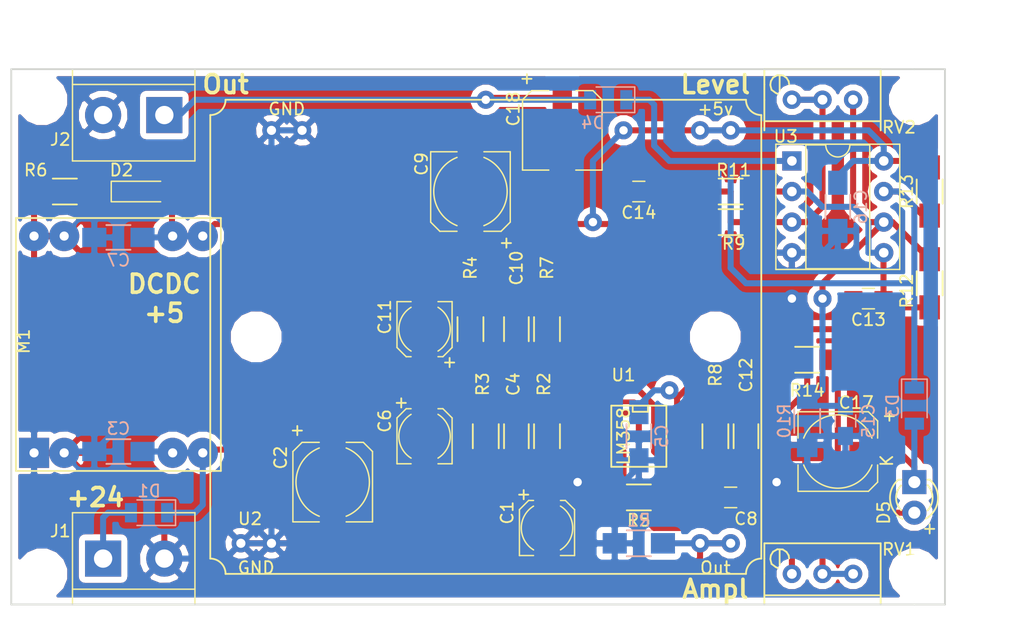
<source format=kicad_pcb>
(kicad_pcb (version 4) (host pcbnew 4.0.7)
  (layers (0 F.Cu signal) (31 B.Cu signal) (34 B.Paste user) (35 F.Paste user) (36 B.SilkS user) (37 F.SilkS user) (38 B.Mask user) (39 F.Mask user) (44 Edge.Cuts user))
  (net 0 "")
  (net 1 "Net-(C1-Pad1)")
  (net 2 "Net-(C1-Pad2)")
  (net 3 "Net-(C2-Pad1)")
  (net 4 GND)
  (net 5 "Net-(C4-Pad1)")
  (net 6 "Net-(C4-Pad2)")
  (net 7 +5V)
  (net 8 "Net-(C6-Pad1)")
  (net 9 "Net-(C12-Pad2)")
  (net 10 "Net-(C8-Pad2)")
  (net 11 "Net-(C10-Pad2)")
  (net 12 "Net-(C12-Pad1)")
  (net 13 "Net-(C13-Pad1)")
  (net 14 "Net-(C14-Pad1)")
  (net 15 "Net-(C15-Pad1)")
  (net 16 "Net-(C17-Pad1)")
  (net 17 "Net-(D1-Pad2)")
  (net 18 "Net-(D2-Pad1)")
  (net 19 "Net-(D3-Pad1)")
  (net 20 "Net-(D5-Pad2)")
  (net 21 "Net-(C18-Pad1)")
  (module Mounting_Holes:MountingHole_3.2mm_M3 (layer F.Cu) (at 154.94 96.52)
    (fp_text reference hole hide)
    (fp_text value "" hide)
    (pad 1 np_thru_hole circle (at 0 0) (size 3.2 3.2) (drill 3.2) (layers *.Cu *.Mask))
  )
  (module Mounting_Holes:MountingHole_3.2mm_M3 (layer F.Cu) (at 154.94 57.15)
    (fp_text reference hole hide)
    (fp_text value "" hide)
    (pad 1 np_thru_hole circle (at 0 0) (size 3.2 3.2) (drill 3.2) (layers *.Cu *.Mask))
  )
  (module Mounting_Holes:MountingHole_3.2mm_M3 (layer F.Cu) (at 227.33 57.15)
    (fp_text reference hole hide)
    (fp_text value "" hide)
    (pad 1 np_thru_hole circle (at 0 0) (size 3.2 3.2) (drill 3.2) (layers *.Cu *.Mask))
  )
  (module Mounting_Holes:MountingHole_3.2mm_M3 (layer F.Cu) (at 227.33 96.52)
    (fp_text reference hole hide)
    (fp_text value "" hide)
    (pad 1 np_thru_hole circle (at 0 0) (size 3.2 3.2) (drill 3.2) (layers *.Cu *.Mask))
  )
  (module Mounting_Holes:MountingHole_3.2mm_M3 (layer F.Cu) (at 210.82 76.835)
    (fp_text reference hole hide)
    (fp_text value "" hide)
    (pad 1 np_thru_hole circle (at 0 0) (size 3.2 3.2) (drill 3.2) (layers *.Cu *.Mask))
  )
  (module Resistors_SMD:R_1206_HandSoldering (layer F.Cu) (at 228.6 72.39 90)
    (fp_text reference R12 (at -0.635 -1.905 90) (layer F.SilkS))
    (fp_text value 47k hide)
    (pad 1 smd rect (at -2 0 90) (size 2 1.7) (layers F.Cu F.Paste F.Mask) (net 13 "Net-(C13-Pad1)"))
    (pad 2 smd rect (at 2 0 90) (size 2 1.7) (layers F.Cu F.Paste F.Mask) (net 15 "Net-(C15-Pad1)"))
  )
  (module dz_lib:HB-100-Radar (layer F.Cu) (at 173.99 93.98)
    (fp_text reference U2 (at -1.778 -2.032) (layer F.SilkS))
    (fp_text value HB-100-Radar)
    (fp_text user Out (at 36.83 2.032) (layer F.SilkS))
    (fp_text user GND (at -1.27 2.032) (layer F.SilkS))
    (fp_text user +5v (at 36.83 -36.068) (layer F.SilkS))
    (fp_text user GND (at 1.27 -36.068) (layer F.SilkS))
    (pad 1 thru_hole circle (at -2.54 0) (size 1.524 1.524) (drill 0.762) (layers *.Cu *.Mask) (net 4 GND))
    (pad 2 thru_hole circle (at 0 0) (size 1.524 1.524) (drill 0.762) (layers *.Cu *.Mask) (net 4 GND))
    (pad 3 thru_hole circle (at 0 -34.29) (size 1.524 1.524) (drill 0.762) (layers *.Cu *.Mask) (net 4 GND))
    (pad 4 thru_hole circle (at 2.54 -34.29) (size 1.524 1.524) (drill 0.762) (layers *.Cu *.Mask) (net 4 GND))
    (pad 5 thru_hole circle (at 35.56 0) (size 1.524 1.524) (drill 0.762) (layers *.Cu *.Mask) (net 2 "Net-(C1-Pad2)"))
    (pad 6 thru_hole circle (at 38.1 0) (size 1.524 1.524) (drill 0.762) (layers *.Cu *.Mask) (net 2 "Net-(C1-Pad2)"))
    (pad 7 thru_hole circle (at 35.56 -34.29) (size 1.524 1.524) (drill 0.762) (layers *.Cu *.Mask) (net 7 +5V))
    (pad 8 thru_hole circle (at 38.1 -34.29) (size 1.524 1.524) (drill 0.762) (layers *.Cu *.Mask) (net 7 +5V))
  )
  (module Capacitors_SMD:CP_Elec_6.3x7.7 (layer F.Cu) (at 190.5 64.77 90)
    (fp_text reference C9 (at 2.286 -4.064 90) (layer F.SilkS))
    (fp_text value 220,0)
    (fp_text user + (at -4.2799 2.9083 90) (layer F.SilkS))
    (pad 1 smd rect (at -2.7 0 270) (size 3.5 1.6) (layers F.Cu F.Paste F.Mask) (net 7 +5V))
    (pad 2 smd rect (at 2.7 0 270) (size 3.5 1.6) (layers F.Cu F.Paste F.Mask) (net 4 GND))
  )
  (module Capacitors_SMD:C_1206_HandSoldering (layer B.Cu) (at 161.29 86.36 180)
    (fp_text reference C3 (at 0 1.905 180) (layer B.SilkS) (effects (justify mirror)))
    (fp_text value 0,1 hide)
    (pad 1 smd rect (at -2 0 180) (size 2 1.6) (layers B.Cu B.Paste B.Mask) (net 3 "Net-(C2-Pad1)"))
    (pad 2 smd rect (at 2 0 180) (size 2 1.6) (layers B.Cu B.Paste B.Mask) (net 4 GND))
  )
  (module Capacitors_SMD:C_1206_HandSoldering (layer F.Cu) (at 194.31 85.09 270)
    (fp_text reference C4 (at -4.318 0.254 270) (layer F.SilkS))
    (fp_text value 2200 hide)
    (pad 1 smd rect (at -2 0 270) (size 2 1.6) (layers F.Cu F.Paste F.Mask) (net 5 "Net-(C4-Pad1)"))
    (pad 2 smd rect (at 2 0 270) (size 2 1.6) (layers F.Cu F.Paste F.Mask) (net 6 "Net-(C4-Pad2)"))
  )
  (module Capacitors_SMD:C_1206_HandSoldering (layer B.Cu) (at 204.47 85.09 90)
    (fp_text reference C5 (at 0 1.905 90) (layer B.SilkS) (effects (justify mirror)))
    (fp_text value 0,1 hide)
    (pad 1 smd rect (at -2 0 90) (size 2 1.6) (layers B.Cu B.Paste B.Mask) (net 4 GND))
    (pad 2 smd rect (at 2 0 90) (size 2 1.6) (layers B.Cu B.Paste B.Mask) (net 7 +5V))
  )
  (module Capacitors_SMD:C_1206_HandSoldering (layer B.Cu) (at 161.29 68.58 180)
    (fp_text reference C7 (at 0 -1.905 180) (layer B.SilkS) (effects (justify mirror)))
    (fp_text value 0,1 hide)
    (pad 1 smd rect (at -2 0 180) (size 2 1.6) (layers B.Cu B.Paste B.Mask) (net 7 +5V))
    (pad 2 smd rect (at 2 0 180) (size 2 1.6) (layers B.Cu B.Paste B.Mask) (net 4 GND))
  )
  (module Capacitors_SMD:C_1206_HandSoldering (layer F.Cu) (at 194.31 76.2 270)
    (fp_text reference C10 (at -5.08 0 270) (layer F.SilkS))
    (fp_text value 0,1 hide)
    (pad 1 smd rect (at -2 0 270) (size 2 1.6) (layers F.Cu F.Paste F.Mask) (net 4 GND))
    (pad 2 smd rect (at 2 0 270) (size 2 1.6) (layers F.Cu F.Paste F.Mask) (net 11 "Net-(C10-Pad2)"))
  )
  (module Capacitors_SMD:C_1206_HandSoldering (layer F.Cu) (at 213.36 85.09 270)
    (fp_text reference C12 (at -5.08 0 270) (layer F.SilkS))
    (fp_text value 2200 hide)
    (pad 1 smd rect (at -2 0 270) (size 2 1.6) (layers F.Cu F.Paste F.Mask) (net 12 "Net-(C12-Pad1)"))
    (pad 2 smd rect (at 2 0 270) (size 2 1.6) (layers F.Cu F.Paste F.Mask) (net 9 "Net-(C12-Pad2)"))
  )
  (module Capacitors_SMD:C_1206_HandSoldering (layer B.Cu) (at 220.98 66.04 90)
    (fp_text reference C16 (at 0 1.905 90) (layer B.SilkS) (effects (justify mirror)))
    (fp_text value 0,1 hide)
    (pad 1 smd rect (at -2 0 90) (size 2 1.6) (layers B.Cu B.Paste B.Mask) (net 4 GND))
    (pad 2 smd rect (at 2 0 90) (size 2 1.6) (layers B.Cu B.Paste B.Mask) (net 7 +5V))
  )
  (module LEDs:LED_1206 (layer F.Cu) (at 163.195 64.77)
    (fp_text reference D2 (at -1.651 -1.778) (layer F.SilkS))
    (fp_text value LED hide)
    (pad 2 smd rect (at 1.65 0 180) (size 1.5 1.5) (layers F.Cu F.Paste F.Mask) (net 7 +5V))
    (pad 1 smd rect (at -1.65 0 180) (size 1.5 1.5) (layers F.Cu F.Paste F.Mask) (net 18 "Net-(D2-Pad1)"))
  )
  (module LEDs:LED-3MM (layer F.Cu) (at 227.33 88.9 270)
    (fp_text reference D5 (at 2.54 2.54 270) (layer F.SilkS))
    (fp_text value LED hide)
    (fp_text user K (at -1.778 2.286 270) (layer F.SilkS))
    (pad 1 thru_hole rect (at 0 0) (size 2 2) (drill 1.00076) (layers *.Cu *.Mask) (net 16 "Net-(C17-Pad1)"))
    (pad 2 thru_hole circle (at 2.54 0 270) (size 2 2) (drill 1.00076) (layers *.Cu *.Mask) (net 20 "Net-(D5-Pad2)"))
  )
  (module Resistors_SMD:R_1206_HandSoldering (layer B.Cu) (at 204.47 93.98 180)
    (fp_text reference R1 (at 0 1.905 180) (layer B.SilkS) (effects (justify mirror)))
    (fp_text value 13k hide)
    (pad 1 smd rect (at -2 0 180) (size 2 1.7) (layers B.Cu B.Paste B.Mask) (net 2 "Net-(C1-Pad2)"))
    (pad 2 smd rect (at 2 0 180) (size 2 1.7) (layers B.Cu B.Paste B.Mask) (net 4 GND))
  )
  (module Resistors_SMD:R_1206_HandSoldering (layer F.Cu) (at 196.85 85.09 270)
    (fp_text reference R2 (at -4.318 0.254 270) (layer F.SilkS))
    (fp_text value 1M hide)
    (pad 1 smd rect (at -2 0 270) (size 2 1.7) (layers F.Cu F.Paste F.Mask) (net 5 "Net-(C4-Pad1)"))
    (pad 2 smd rect (at 2 0 270) (size 2 1.7) (layers F.Cu F.Paste F.Mask) (net 6 "Net-(C4-Pad2)"))
  )
  (module Resistors_SMD:R_1206_HandSoldering (layer F.Cu) (at 191.77 85.09 270)
    (fp_text reference R3 (at -4.318 0.254 270) (layer F.SilkS))
    (fp_text value 10k hide)
    (pad 1 smd rect (at -2 0 270) (size 2 1.7) (layers F.Cu F.Paste F.Mask) (net 8 "Net-(C6-Pad1)"))
    (pad 2 smd rect (at 2 0 270) (size 2 1.7) (layers F.Cu F.Paste F.Mask) (net 6 "Net-(C4-Pad2)"))
  )
  (module Resistors_SMD:R_1206_HandSoldering (layer F.Cu) (at 190.5 76.2 90)
    (fp_text reference R4 (at 5.08 0 90) (layer F.SilkS))
    (fp_text value 47k hide)
    (pad 1 smd rect (at -2 0 90) (size 2 1.7) (layers F.Cu F.Paste F.Mask) (net 11 "Net-(C10-Pad2)"))
    (pad 2 smd rect (at 2 0 90) (size 2 1.7) (layers F.Cu F.Paste F.Mask) (net 7 +5V))
  )
  (module Resistors_SMD:R_1206_HandSoldering (layer F.Cu) (at 204.47 90.17 180)
    (fp_text reference R5 (at 0 -1.905 180) (layer F.SilkS))
    (fp_text value 200k hide)
    (pad 1 smd rect (at -2 0 180) (size 2 1.7) (layers F.Cu F.Paste F.Mask) (net 11 "Net-(C10-Pad2)"))
    (pad 2 smd rect (at 2 0 180) (size 2 1.7) (layers F.Cu F.Paste F.Mask) (net 1 "Net-(C1-Pad1)"))
  )
  (module Resistors_SMD:R_1206_HandSoldering (layer F.Cu) (at 156.845 64.77)
    (fp_text reference R6 (at -2.413 -1.778) (layer F.SilkS))
    (fp_text value 2,2k hide)
    (pad 1 smd rect (at -2 0) (size 2 1.7) (layers F.Cu F.Paste F.Mask) (net 4 GND))
    (pad 2 smd rect (at 2 0) (size 2 1.7) (layers F.Cu F.Paste F.Mask) (net 18 "Net-(D2-Pad1)"))
  )
  (module Resistors_SMD:R_1206_HandSoldering (layer F.Cu) (at 196.85 76.2 270)
    (fp_text reference R7 (at -5.08 0 270) (layer F.SilkS))
    (fp_text value 47k hide)
    (pad 1 smd rect (at -2 0 270) (size 2 1.7) (layers F.Cu F.Paste F.Mask) (net 4 GND))
    (pad 2 smd rect (at 2 0 270) (size 2 1.7) (layers F.Cu F.Paste F.Mask) (net 11 "Net-(C10-Pad2)"))
  )
  (module Resistors_SMD:R_1206_HandSoldering (layer F.Cu) (at 210.82 85.09 270)
    (fp_text reference R8 (at -5.08 0 270) (layer F.SilkS))
    (fp_text value 1M hide)
    (pad 1 smd rect (at -2 0 270) (size 2 1.7) (layers F.Cu F.Paste F.Mask) (net 12 "Net-(C12-Pad1)"))
    (pad 2 smd rect (at 2 0 270) (size 2 1.7) (layers F.Cu F.Paste F.Mask) (net 9 "Net-(C12-Pad2)"))
  )
  (module Resistors_SMD:R_1206_HandSoldering (layer F.Cu) (at 212.09 67.31)
    (fp_text reference R9 (at 0.254 1.778) (layer F.SilkS))
    (fp_text value 4,7k hide)
    (pad 1 smd rect (at -2 0) (size 2 1.7) (layers F.Cu F.Paste F.Mask) (net 7 +5V))
    (pad 2 smd rect (at 2 0) (size 2 1.7) (layers F.Cu F.Paste F.Mask) (net 14 "Net-(C14-Pad1)"))
  )
  (module Resistors_SMD:R_1206_HandSoldering (layer B.Cu) (at 218.44 83.82 270)
    (fp_text reference R10 (at 0 1.905 270) (layer B.SilkS) (effects (justify mirror)))
    (fp_text value 4,7k hide)
    (pad 1 smd rect (at -2 0 270) (size 2 1.7) (layers B.Cu B.Paste B.Mask) (net 15 "Net-(C15-Pad1)"))
    (pad 2 smd rect (at 2 0 270) (size 2 1.7) (layers B.Cu B.Paste B.Mask) (net 4 GND))
  )
  (module Resistors_SMD:R_1206_HandSoldering (layer F.Cu) (at 212.09 64.77 180)
    (fp_text reference R11 (at -0.254 1.778 180) (layer F.SilkS))
    (fp_text value 47k hide)
    (pad 1 smd rect (at -2 0 180) (size 2 1.7) (layers F.Cu F.Paste F.Mask) (net 13 "Net-(C13-Pad1)"))
    (pad 2 smd rect (at 2 0 180) (size 2 1.7) (layers F.Cu F.Paste F.Mask) (net 14 "Net-(C14-Pad1)"))
  )
  (module Resistors_SMD:R_1206_HandSoldering (layer F.Cu) (at 228.6 64.77 270)
    (fp_text reference R13 (at 0 1.905 270) (layer F.SilkS))
    (fp_text value 4,7k hide)
    (pad 1 smd rect (at -2 0 270) (size 2 1.7) (layers F.Cu F.Paste F.Mask) (net 7 +5V))
    (pad 2 smd rect (at 2 0 270) (size 2 1.7) (layers F.Cu F.Paste F.Mask) (net 19 "Net-(D3-Pad1)"))
  )
  (module Resistors_SMD:R_1206_HandSoldering (layer F.Cu) (at 218.44 78.74)
    (fp_text reference R14 (at 0 2.54) (layer F.SilkS))
    (fp_text value 1,0k hide)
    (pad 1 smd rect (at -2 0) (size 2 1.7) (layers F.Cu F.Paste F.Mask) (net 7 +5V))
    (pad 2 smd rect (at 2 0) (size 2 1.7) (layers F.Cu F.Paste F.Mask) (net 20 "Net-(D5-Pad2)"))
  )
  (module Capacitors_SMD:CP_Elec_4x5.3 (layer F.Cu) (at 196.85 92.71 270)
    (fp_text reference C1 (at -1.27 3.302 270) (layer F.SilkS))
    (fp_text value 10,0)
    (fp_text user + (at -2.7686 2.0066 270) (layer F.SilkS))
    (pad 1 smd rect (at -1.8 0 90) (size 2.6 1.6) (layers F.Cu F.Paste F.Mask) (net 1 "Net-(C1-Pad1)"))
    (pad 2 smd rect (at 1.8 0 90) (size 2.6 1.6) (layers F.Cu F.Paste F.Mask) (net 2 "Net-(C1-Pad2)"))
  )
  (module Capacitors_SMD:CP_Elec_6.3x5.3 (layer F.Cu) (at 179.07 88.9 270)
    (fp_text reference C2 (at -2.032 4.318 270) (layer F.SilkS))
    (fp_text value 47,0)
    (fp_text user + (at -4.2799 3.0099 270) (layer F.SilkS))
    (pad 1 smd rect (at -2.7 0 90) (size 3.5 1.6) (layers F.Cu F.Paste F.Mask) (net 3 "Net-(C2-Pad1)"))
    (pad 2 smd rect (at 2.7 0 90) (size 3.5 1.6) (layers F.Cu F.Paste F.Mask) (net 4 GND))
  )
  (module Capacitors_SMD:CP_Elec_4x5.3 (layer F.Cu) (at 186.69 85.09 270)
    (fp_text reference C6 (at -1.27 3.302 270) (layer F.SilkS))
    (fp_text value 10,0)
    (fp_text user + (at -2.7686 2.0066 270) (layer F.SilkS))
    (pad 1 smd rect (at -1.8 0 90) (size 2.6 1.6) (layers F.Cu F.Paste F.Mask) (net 8 "Net-(C6-Pad1)"))
    (pad 2 smd rect (at 1.8 0 90) (size 2.6 1.6) (layers F.Cu F.Paste F.Mask) (net 4 GND))
  )
  (module Capacitors_SMD:CP_Elec_4x5.3 (layer F.Cu) (at 186.69 76.2 90)
    (fp_text reference C11 (at 1.016 -3.302 90) (layer F.SilkS))
    (fp_text value 10,0)
    (fp_text user + (at -2.7686 2.0066 90) (layer F.SilkS))
    (pad 1 smd rect (at -1.8 0 270) (size 2.6 1.6) (layers F.Cu F.Paste F.Mask) (net 11 "Net-(C10-Pad2)"))
    (pad 2 smd rect (at 1.8 0 270) (size 2.6 1.6) (layers F.Cu F.Paste F.Mask) (net 4 GND))
  )
  (module Capacitors_SMD:CP_Elec_6.3x5.3 (layer F.Cu) (at 220.98 86.36 180)
    (fp_text reference C17 (at -1.524 4.064 180) (layer F.SilkS))
    (fp_text value 100,0)
    (fp_text user + (at -4.2799 3.0099 180) (layer F.SilkS))
    (pad 1 smd rect (at -2.7 0) (size 3.5 1.6) (layers F.Cu F.Paste F.Mask) (net 16 "Net-(C17-Pad1)"))
    (pad 2 smd rect (at 2.7 0) (size 3.5 1.6) (layers F.Cu F.Paste F.Mask) (net 4 GND))
  )
  (module Connectors:bornier2 (layer F.Cu) (at 160.02 95.25)
    (fp_text reference J1 (at -3.556 -2.286) (layer F.SilkS))
    (fp_text value Power)
    (pad 1 thru_hole rect (at 0 0) (size 3 3) (drill 1.52) (layers *.Cu *.Mask) (net 17 "Net-(D1-Pad2)"))
    (pad 2 thru_hole circle (at 5.08 0) (size 3 3) (drill 1.52) (layers *.Cu *.Mask) (net 4 GND))
  )
  (module Connectors:bornier2 (layer F.Cu) (at 165.1 58.42 180)
    (fp_text reference J2 (at 8.636 -2.032 180) (layer F.SilkS))
    (fp_text value Out)
    (pad 1 thru_hole rect (at 0 0 180) (size 3 3) (drill 1.52) (layers *.Cu *.Mask) (net 21 "Net-(C18-Pad1)"))
    (pad 2 thru_hole circle (at 5.08 0 180) (size 3 3) (drill 1.52) (layers *.Cu *.Mask) (net 4 GND))
  )
  (module Potentiometers:Potentiometer_Bourns_3296W_3-8Zoll_Inline_ScrewUp (layer F.Cu) (at 217.17 96.52 270)
    (fp_text reference RV1 (at -2.032 -8.89 360) (layer F.SilkS))
    (fp_text value 47k)
    (pad 2 thru_hole circle (at 0 -2.54 270) (size 1.524 1.524) (drill 0.8128) (layers *.Cu *.Mask) (net 10 "Net-(C8-Pad2)"))
    (pad 3 thru_hole circle (at 0 -5.08 270) (size 1.524 1.524) (drill 0.8128) (layers *.Cu *.Mask) (net 10 "Net-(C8-Pad2)"))
    (pad 1 thru_hole circle (at 0 0 270) (size 1.524 1.524) (drill 0.8128) (layers *.Cu *.Mask) (net 5 "Net-(C4-Pad1)"))
  )
  (module Potentiometers:Potentiometer_Bourns_3296W_3-8Zoll_Inline_ScrewUp (layer F.Cu) (at 217.17 57.15 270)
    (fp_text reference RV2 (at 2.286 -8.89 360) (layer F.SilkS))
    (fp_text value 510)
    (pad 2 thru_hole circle (at 0 -2.54 270) (size 1.524 1.524) (drill 0.8128) (layers *.Cu *.Mask) (net 14 "Net-(C14-Pad1)"))
    (pad 3 thru_hole circle (at 0 -5.08 270) (size 1.524 1.524) (drill 0.8128) (layers *.Cu *.Mask) (net 15 "Net-(C15-Pad1)"))
    (pad 1 thru_hole circle (at 0 0 270) (size 1.524 1.524) (drill 0.8128) (layers *.Cu *.Mask) (net 14 "Net-(C14-Pad1)"))
  )
  (module Capacitors_SMD:CP_Elec_6.3x5.3 (layer F.Cu) (at 198.12 59.69 270)
    (fp_text reference C18 (at -1.778 4.064 270) (layer F.SilkS))
    (fp_text value 100,0)
    (fp_text user + (at -4.28 3.01 270) (layer F.SilkS))
    (pad 1 smd rect (at -2.7 0 90) (size 3.5 1.6) (layers F.Cu F.Paste F.Mask) (net 21 "Net-(C18-Pad1)"))
    (pad 2 smd rect (at 2.7 0 90) (size 3.5 1.6) (layers F.Cu F.Paste F.Mask) (net 4 GND))
  )
  (module dz_lib:dcdc5v (layer F.Cu) (at 161.29 77.47 90)
    (fp_text reference M1 (at 0.254 -7.874 90) (layer F.SilkS))
    (fp_text value dcdc5v)
    (pad 1 thru_hole rect (at -9 -7 90) (size 2.5 2.5) (drill 0.762) (layers *.Cu *.Mask) (net 4 GND))
    (pad 2 thru_hole circle (at -9 7 90) (size 2.5 2.5) (drill 0.762) (layers *.Cu *.Mask) (net 3 "Net-(C2-Pad1)"))
    (pad 3 thru_hole circle (at 9 7 90) (size 2.5 2.5) (drill 0.762) (layers *.Cu *.Mask) (net 7 +5V))
    (pad 4 thru_hole circle (at 9 -7 90) (size 2.5 2.5) (drill 0.762) (layers *.Cu *.Mask) (net 4 GND))
    (pad 1 thru_hole circle (at -9 -4.5 90) (size 2.5 2.5) (drill 0.762) (layers *.Cu *.Mask) (net 4 GND))
    (pad 2 thru_hole circle (at -9 4.5 90) (size 2.5 2.5) (drill 0.762) (layers *.Cu *.Mask) (net 3 "Net-(C2-Pad1)"))
    (pad 3 thru_hole circle (at 9 4.5 90) (size 2.5 2.5) (drill 0.762) (layers *.Cu *.Mask) (net 7 +5V))
    (pad 4 thru_hole circle (at 9 -4.5 90) (size 2.5 2.5) (drill 0.762) (layers *.Cu *.Mask) (net 4 GND))
  )
  (module SMD_Packages:SOIC-8-N (layer F.Cu) (at 204.47 85.09 270)
    (fp_text reference U1 (at -5.08 1.27 360) (layer F.SilkS))
    (fp_text value LM358 (at 0 1.27 270) (layer F.SilkS))
    (pad 8 smd rect (at -1.905 -3.175 270) (size 0.508 1.143) (layers F.Cu F.Paste F.Mask) (net 7 +5V))
    (pad 7 smd rect (at -0.635 -3.175 270) (size 0.508 1.143) (layers F.Cu F.Paste F.Mask) (net 12 "Net-(C12-Pad1)"))
    (pad 6 smd rect (at 0.635 -3.175 270) (size 0.508 1.143) (layers F.Cu F.Paste F.Mask) (net 9 "Net-(C12-Pad2)"))
    (pad 5 smd rect (at 1.905 -3.175 270) (size 0.508 1.143) (layers F.Cu F.Paste F.Mask) (net 11 "Net-(C10-Pad2)"))
    (pad 4 smd rect (at 1.905 3.175 270) (size 0.508 1.143) (layers F.Cu F.Paste F.Mask) (net 4 GND))
    (pad 3 smd rect (at 0.635 3.175 270) (size 0.508 1.143) (layers F.Cu F.Paste F.Mask) (net 1 "Net-(C1-Pad1)"))
    (pad 2 smd rect (at -0.635 3.175 270) (size 0.508 1.143) (layers F.Cu F.Paste F.Mask) (net 6 "Net-(C4-Pad2)"))
    (pad 1 smd rect (at -1.905 3.175 270) (size 0.508 1.143) (layers F.Cu F.Paste F.Mask) (net 5 "Net-(C4-Pad1)"))
  )
  (module Housings_DIP:DIP-8_W7.62mm_Socket (layer F.Cu) (at 217.17 62.23)
    (fp_text reference U3 (at -0.508 -2.032) (layer F.SilkS))
    (fp_text value LM2903)
    (pad 1 thru_hole rect (at 0 0) (size 1.6 1.6) (drill 0.8) (layers *.Cu *.Mask) (net 19 "Net-(D3-Pad1)"))
    (pad 5 thru_hole oval (at 7.62 7.62) (size 1.6 1.6) (drill 0.8) (layers *.Cu *.Mask) (net 13 "Net-(C13-Pad1)"))
    (pad 2 thru_hole oval (at 0 2.54) (size 1.6 1.6) (drill 0.8) (layers *.Cu *.Mask) (net 13 "Net-(C13-Pad1)"))
    (pad 6 thru_hole oval (at 7.62 5.08) (size 1.6 1.6) (drill 0.8) (layers *.Cu *.Mask) (net 15 "Net-(C15-Pad1)"))
    (pad 3 thru_hole oval (at 0 5.08) (size 1.6 1.6) (drill 0.8) (layers *.Cu *.Mask) (net 14 "Net-(C14-Pad1)"))
    (pad 7 thru_hole oval (at 7.62 2.54) (size 1.6 1.6) (drill 0.8) (layers *.Cu *.Mask) (net 19 "Net-(D3-Pad1)"))
    (pad 4 thru_hole oval (at 0 7.62) (size 1.6 1.6) (drill 0.8) (layers *.Cu *.Mask) (net 4 GND))
    (pad 8 thru_hole oval (at 7.62 0) (size 1.6 1.6) (drill 0.8) (layers *.Cu *.Mask) (net 7 +5V))
  )
  (module Capacitors_SMD:C_0805_HandSoldering (layer F.Cu) (at 223.52 73.66 180)
    (fp_text reference C13 (at 0 -1.75 180) (layer F.SilkS))
    (fp_text value 10,0)
    (pad 1 smd rect (at -1.25 0 180) (size 1.5 1.25) (layers F.Cu F.Paste F.Mask) (net 13 "Net-(C13-Pad1)"))
    (pad 2 smd rect (at 1.25 0 180) (size 1.5 1.25) (layers F.Cu F.Paste F.Mask) (net 12 "Net-(C12-Pad1)"))
  )
  (module Capacitors_SMD:C_0805_HandSoldering (layer F.Cu) (at 212.09 90.17)
    (fp_text reference C8 (at 1.27 1.778) (layer F.SilkS))
    (fp_text value 10,0)
    (pad 1 smd rect (at -1.25 0) (size 1.5 1.25) (layers F.Cu F.Paste F.Mask) (net 9 "Net-(C12-Pad2)"))
    (pad 2 smd rect (at 1.25 0) (size 1.5 1.25) (layers F.Cu F.Paste F.Mask) (net 10 "Net-(C8-Pad2)"))
  )
  (module Capacitors_SMD:C_0805_HandSoldering (layer F.Cu) (at 204.47 64.77 180)
    (fp_text reference C14 (at 0 -1.75 180) (layer F.SilkS))
    (fp_text value 10,0)
    (pad 1 smd rect (at -1.25 0 180) (size 1.5 1.25) (layers F.Cu F.Paste F.Mask) (net 14 "Net-(C14-Pad1)"))
    (pad 2 smd rect (at 1.25 0 180) (size 1.5 1.25) (layers F.Cu F.Paste F.Mask) (net 4 GND))
  )
  (module Capacitors_SMD:C_0805_HandSoldering (layer B.Cu) (at 221.615 83.82 270)
    (fp_text reference C15 (at 0 -1.905 270) (layer B.SilkS) (effects (justify mirror)))
    (fp_text value 10,0)
    (pad 1 smd rect (at -1.25 0 270) (size 1.5 1.25) (layers B.Cu B.Paste B.Mask) (net 15 "Net-(C15-Pad1)"))
    (pad 2 smd rect (at 1.25 0 270) (size 1.5 1.25) (layers B.Cu B.Paste B.Mask) (net 4 GND))
  )
  (module Diodes_SMD:D_1206 (layer B.Cu) (at 163.83 91.44 180)
    (fp_text reference D1 (at 0 1.8 180) (layer B.SilkS) (effects (justify mirror)))
    (fp_text value D)
    (pad 1 smd rect (at -1.5 0 180) (size 1 1.6) (layers B.Cu B.Paste B.Mask) (net 3 "Net-(C2-Pad1)"))
    (pad 2 smd rect (at 1.5 0 180) (size 1 1.6) (layers B.Cu B.Paste B.Mask) (net 17 "Net-(D1-Pad2)"))
  )
  (module Diodes_SMD:D_1206 (layer B.Cu) (at 227.33 82.55 270)
    (fp_text reference D3 (at 0 1.8 270) (layer B.SilkS) (effects (justify mirror)))
    (fp_text value D)
    (pad 1 smd rect (at -1.5 0 270) (size 1 1.6) (layers B.Cu B.Paste B.Mask) (net 19 "Net-(D3-Pad1)"))
    (pad 2 smd rect (at 1.5 0 270) (size 1 1.6) (layers B.Cu B.Paste B.Mask) (net 16 "Net-(C17-Pad1)"))
  )
  (module Diodes_SMD:D_1206 (layer B.Cu) (at 201.93 57.15 180)
    (fp_text reference D4 (at 1.27 -1.905 180) (layer B.SilkS) (effects (justify mirror)))
    (fp_text value D)
    (pad 1 smd rect (at -1.5 0 180) (size 1 1.6) (layers B.Cu B.Paste B.Mask) (net 19 "Net-(D3-Pad1)"))
    (pad 2 smd rect (at 1.5 0 180) (size 1 1.6) (layers B.Cu B.Paste B.Mask) (net 21 "Net-(C18-Pad1)"))
  )
  (module Mounting_Holes:MountingHole_3.2mm_M3 (layer F.Cu) (at 172.72 76.835)
    (fp_text reference hole hide)
    (fp_text value "" hide)
    (pad 1 np_thru_hole circle (at 0 0) (size 3.2 3.2) (drill 3.2) (layers *.Cu *.Mask))
  )
  (gr_text + (at 228.6 92.71) (layer F.SilkS) (effects (font (size 1 1))))
  (gr_line (start 152.4 54.61) (end 227.33 54.61) (angle 90) (layer Edge.Cuts) (width 0.15))
  (gr_line (start 227.33 99.06) (end 152.4 99.06) (angle 90) (layer Edge.Cuts) (width 0.15))
  (gr_line (start 152.4 99.06) (end 152.4 54.61) (angle 90) (layer Edge.Cuts) (width 0.15))
  (gr_text "DCDC\n+5" (at 165.1 73.66) (layer F.SilkS) (effects (font (size 1.5 1.5) (thickness 0.3))))
  (gr_text Ampl (at 210.82 97.79) (layer F.SilkS) (effects (font (size 1.5 1.5) (thickness 0.3))))
  (gr_text Level (at 210.82 55.88) (layer F.SilkS) (effects (font (size 1.5 1.5) (thickness 0.3))))
  (gr_text +24 (at 159.385 90.17) (layer F.SilkS) (effects (font (size 1.5 1.5) (thickness 0.3))))
  (gr_text Out (at 170.18 55.88) (layer F.SilkS) (effects (font (size 1.5 1.5) (thickness 0.3))))
  (gr_line (start 229.87 99.06) (end 227.33 99.06) (angle 90) (layer Edge.Cuts) (width 0.15))
  (gr_line (start 229.87 54.61) (end 229.87 99.06) (angle 90) (layer Edge.Cuts) (width 0.15))
  (gr_line (start 227.33 54.61) (end 229.87 54.61) (angle 90) (layer Edge.Cuts) (width 0.15))
  (gr_text +5 (at 182.88 69.85) (layer F.Cu) (effects (font (size 1.5 1.5) (thickness 0.3))))
  (segment (start 196.85 90.91) (end 197.38 90.91) (width 0.5) (layer F.Cu) (net 1))
  (segment (start 197.38 90.91) (end 198.12 90.17) (width 0.5) (layer F.Cu) (net 1))
  (segment (start 198.12 90.17) (end 202.47 90.17) (width 0.5) (layer F.Cu) (net 1))
  (segment (start 201.295 85.725) (end 202.565 85.725) (width 0.5) (layer F.Cu) (net 1))
  (segment (start 203.2 86.36) (end 203.2 89.44) (width 0.5) (layer F.Cu) (net 1))
  (segment (start 202.565 85.725) (end 203.2 86.36) (width 0.5) (layer F.Cu) (net 1))
  (segment (start 203.2 89.44) (end 202.47 90.17) (width 0.5) (layer F.Cu) (net 1))
  (segment (start 209.55 93.98) (end 212.09 93.98) (width 0.5) (layer B.Cu) (net 2))
  (segment (start 209.55 93.98) (end 212.09 93.98) (width 0.5) (layer F.Cu) (net 2))
  (segment (start 206.47 93.98) (end 209.55 93.98) (width 0.5) (layer B.Cu) (net 2))
  (segment (start 196.85 94.51) (end 196.85 95.25) (width 0.5) (layer F.Cu) (net 2))
  (segment (start 196.85 95.25) (end 198.12 96.52) (width 0.5) (layer F.Cu) (net 2))
  (segment (start 198.12 96.52) (end 208.28 96.52) (width 0.5) (layer F.Cu) (net 2))
  (segment (start 208.28 96.52) (end 209.55 95.25) (width 0.5) (layer F.Cu) (net 2))
  (segment (start 209.55 95.25) (end 209.55 93.98) (width 0.5) (layer F.Cu) (net 2))
  (segment (start 165.79 86.47) (end 168.29 86.47) (width 0.5) (layer B.Cu) (net 3))
  (segment (start 165.33 91.44) (end 167.64 91.44) (width 0.5) (layer B.Cu) (net 3))
  (segment (start 167.64 91.44) (end 168.29 90.79) (width 0.5) (layer B.Cu) (net 3))
  (segment (start 168.29 90.79) (end 168.29 86.47) (width 0.5) (layer B.Cu) (net 3))
  (segment (start 179.07 86.2) (end 168.56 86.2) (width 0.5) (layer F.Cu) (net 3))
  (segment (start 168.56 86.2) (end 168.29 86.47) (width 0.5) (layer F.Cu) (net 3))
  (segment (start 163.29 86.36) (end 165.68 86.36) (width 0.5) (layer B.Cu) (net 3))
  (segment (start 165.68 86.36) (end 165.79 86.47) (width 0.5) (layer B.Cu) (net 3))
  (segment (start 171.45 93.98) (end 173.99 93.98) (width 0.5) (layer B.Cu) (net 4))
  (segment (start 173.99 59.69) (end 176.53 59.69) (width 0.5) (layer B.Cu) (net 4))
  (segment (start 171.45 93.98) (end 173.99 93.98) (width 0.5) (layer F.Cu) (net 4))
  (segment (start 173.99 59.69) (end 176.53 59.69) (width 0.5) (layer F.Cu) (net 4))
  (segment (start 221.615 85.07) (end 219.19 85.07) (width 0.5) (layer B.Cu) (net 4))
  (segment (start 219.19 85.07) (end 218.44 85.82) (width 0.5) (layer B.Cu) (net 4))
  (segment (start 215.9 88.9) (end 217.805 88.9) (width 0.5) (layer B.Cu) (net 4))
  (segment (start 218.44 88.265) (end 218.44 85.82) (width 0.5) (layer B.Cu) (net 4))
  (segment (start 217.805 88.9) (end 218.44 88.265) (width 0.5) (layer B.Cu) (net 4))
  (segment (start 173.99 93.98) (end 173.99 83.185) (width 0.5) (layer B.Cu) (net 4))
  (segment (start 173.99 83.185) (end 172.72 81.915) (width 0.5) (layer B.Cu) (net 4))
  (segment (start 172.72 81.915) (end 163.735 81.915) (width 0.5) (layer B.Cu) (net 4))
  (segment (start 163.735 81.915) (end 159.29 86.36) (width 0.5) (layer B.Cu) (net 4))
  (segment (start 156.79 86.47) (end 154.29 86.47) (width 0.5) (layer F.Cu) (net 4))
  (segment (start 165.1 95.25) (end 165.1 92.075) (width 0.5) (layer F.Cu) (net 4))
  (segment (start 165.1 92.075) (end 159.495 86.47) (width 0.5) (layer F.Cu) (net 4))
  (segment (start 159.495 86.47) (end 154.29 86.47) (width 0.5) (layer F.Cu) (net 4))
  (segment (start 154.29 68.47) (end 154.29 86.47) (width 0.5) (layer F.Cu) (net 4))
  (segment (start 154.29 68.47) (end 156.79 68.47) (width 0.5) (layer F.Cu) (net 4))
  (segment (start 154.29 68.47) (end 154.29 65.325) (width 0.5) (layer F.Cu) (net 4))
  (segment (start 154.29 65.325) (end 154.845 64.77) (width 0.5) (layer F.Cu) (net 4))
  (segment (start 156.79 86.47) (end 156.9 86.36) (width 0.5) (layer B.Cu) (net 4))
  (segment (start 156.9 86.36) (end 159.29 86.36) (width 0.5) (layer B.Cu) (net 4))
  (segment (start 161.29 62.23) (end 161.29 59.69) (width 0.5) (layer B.Cu) (net 4))
  (segment (start 173.99 60.96) (end 172.72 62.23) (width 0.5) (layer B.Cu) (net 4))
  (segment (start 172.72 62.23) (end 161.29 62.23) (width 0.5) (layer B.Cu) (net 4))
  (segment (start 173.99 59.69) (end 173.99 60.96) (width 0.5) (layer B.Cu) (net 4))
  (segment (start 161.29 59.69) (end 160.02 58.42) (width 0.5) (layer B.Cu) (net 4))
  (segment (start 202.47 93.98) (end 177.8 93.98) (width 0.5) (layer B.Cu) (net 4))
  (segment (start 177.8 93.98) (end 173.99 93.98) (width 0.5) (layer B.Cu) (net 4))
  (segment (start 165.1 95.25) (end 170.18 95.25) (width 0.5) (layer B.Cu) (net 4))
  (segment (start 170.18 95.25) (end 171.45 93.98) (width 0.5) (layer B.Cu) (net 4))
  (segment (start 179.07 91.6) (end 179.07 93.98) (width 0.5) (layer F.Cu) (net 4))
  (segment (start 190.5 62.07) (end 178.91 62.07) (width 0.5) (layer F.Cu) (net 4))
  (segment (start 178.91 62.07) (end 176.53 59.69) (width 0.5) (layer F.Cu) (net 4))
  (segment (start 198.12 62.39) (end 200.29 62.39) (width 0.5) (layer F.Cu) (net 4))
  (segment (start 200.29 62.39) (end 202.67 64.77) (width 0.5) (layer F.Cu) (net 4))
  (segment (start 190.5 62.07) (end 197.8 62.07) (width 0.5) (layer F.Cu) (net 4))
  (segment (start 197.8 62.07) (end 198.12 62.39) (width 0.5) (layer F.Cu) (net 4))
  (segment (start 215.9 88.9) (end 215.9 74.93) (width 0.5) (layer B.Cu) (net 4))
  (segment (start 217.17 73.66) (end 217.17 69.85) (width 0.5) (layer F.Cu) (net 4))
  (via (at 217.17 73.66) (size 1.5) (drill 0.7) (layers F.Cu B.Cu) (net 4))
  (segment (start 215.9 74.93) (end 217.17 73.66) (width 0.5) (layer B.Cu) (net 4))
  (segment (start 173.99 93.98) (end 179.07 93.98) (width 0.5) (layer F.Cu) (net 4))
  (segment (start 179.07 93.98) (end 185.42 93.98) (width 0.5) (layer F.Cu) (net 4))
  (segment (start 185.42 93.98) (end 186.69 92.71) (width 0.5) (layer F.Cu) (net 4))
  (segment (start 186.69 92.71) (end 186.69 86.89) (width 0.5) (layer F.Cu) (net 4))
  (segment (start 203.2 88.9) (end 215.9 88.9) (width 0.5) (layer B.Cu) (net 4))
  (segment (start 218.44 87.63) (end 218.44 86.52) (width 0.5) (layer F.Cu) (net 4))
  (segment (start 217.17 88.9) (end 218.44 87.63) (width 0.5) (layer F.Cu) (net 4))
  (segment (start 215.9 88.9) (end 217.17 88.9) (width 0.5) (layer F.Cu) (net 4))
  (via (at 215.9 88.9) (size 1.5) (drill 0.7) (layers F.Cu B.Cu) (net 4))
  (segment (start 218.44 86.52) (end 218.28 86.36) (width 0.5) (layer F.Cu) (net 4))
  (segment (start 202.47 93.98) (end 202.47 89.63) (width 0.5) (layer B.Cu) (net 4))
  (segment (start 202.47 89.63) (end 203.2 88.9) (width 0.5) (layer B.Cu) (net 4))
  (segment (start 204.47 87.09) (end 204.47 87.63) (width 0.5) (layer B.Cu) (net 4))
  (segment (start 204.47 87.63) (end 203.2 88.9) (width 0.5) (layer B.Cu) (net 4))
  (segment (start 203.2 88.9) (end 199.39 88.9) (width 0.5) (layer B.Cu) (net 4))
  (via (at 199.39 88.9) (size 1.5) (drill 0.7) (layers F.Cu B.Cu) (net 4))
  (segment (start 217.17 69.85) (end 219.71 69.85) (width 0.5) (layer B.Cu) (net 4))
  (segment (start 219.71 69.85) (end 220.98 68.58) (width 0.5) (layer B.Cu) (net 4))
  (segment (start 220.98 68.58) (end 220.98 68.04) (width 0.5) (layer B.Cu) (net 4))
  (segment (start 201.295 86.995) (end 199.39 88.9) (width 0.5) (layer F.Cu) (net 4))
  (segment (start 187.96 88.9) (end 186.69 87.63) (width 0.5) (layer F.Cu) (net 4))
  (segment (start 199.39 88.9) (end 187.96 88.9) (width 0.5) (layer F.Cu) (net 4))
  (segment (start 186.69 87.63) (end 186.69 86.89) (width 0.5) (layer F.Cu) (net 4))
  (segment (start 201.295 83.185) (end 203.835 83.185) (width 0.5) (layer F.Cu) (net 5))
  (segment (start 217.17 92.71) (end 217.17 96.52) (width 0.5) (layer F.Cu) (net 5))
  (segment (start 215.9 91.44) (end 217.17 92.71) (width 0.5) (layer F.Cu) (net 5))
  (segment (start 209.55 91.44) (end 215.9 91.44) (width 0.5) (layer F.Cu) (net 5))
  (segment (start 208.28 92.71) (end 209.55 91.44) (width 0.5) (layer F.Cu) (net 5))
  (segment (start 205.74 92.71) (end 208.28 92.71) (width 0.5) (layer F.Cu) (net 5))
  (segment (start 204.47 91.44) (end 205.74 92.71) (width 0.5) (layer F.Cu) (net 5))
  (segment (start 204.47 83.82) (end 204.47 91.44) (width 0.5) (layer F.Cu) (net 5))
  (segment (start 203.835 83.185) (end 204.47 83.82) (width 0.5) (layer F.Cu) (net 5))
  (segment (start 194.31 83.09) (end 196.85 83.09) (width 0.5) (layer F.Cu) (net 5))
  (segment (start 201.295 83.185) (end 196.945 83.185) (width 0.5) (layer F.Cu) (net 5))
  (segment (start 196.945 83.185) (end 196.85 83.09) (width 0.5) (layer F.Cu) (net 5))
  (segment (start 194.31 87.09) (end 196.85 87.09) (width 0.5) (layer F.Cu) (net 6))
  (segment (start 191.77 87.09) (end 194.31 87.09) (width 0.5) (layer F.Cu) (net 6))
  (segment (start 201.295 84.455) (end 200.025 84.455) (width 0.5) (layer F.Cu) (net 6))
  (segment (start 200.025 84.455) (end 197.39 87.09) (width 0.5) (layer F.Cu) (net 6))
  (segment (start 197.39 87.09) (end 196.85 87.09) (width 0.5) (layer F.Cu) (net 6))
  (segment (start 209.55 59.69) (end 212.09 59.69) (width 0.5) (layer B.Cu) (net 7))
  (segment (start 209.55 59.69) (end 212.09 59.69) (width 0.5) (layer F.Cu) (net 7))
  (segment (start 224.79 62.23) (end 228.06 62.23) (width 0.5) (layer F.Cu) (net 7))
  (segment (start 228.06 62.23) (end 228.6 62.77) (width 0.5) (layer F.Cu) (net 7))
  (segment (start 216.44 78.74) (end 216.44 79.47) (width 0.5) (layer F.Cu) (net 7))
  (segment (start 216.44 79.47) (end 215.9 80.01) (width 0.5) (layer F.Cu) (net 7))
  (segment (start 215.9 80.01) (end 209.55 80.01) (width 0.5) (layer F.Cu) (net 7))
  (segment (start 168.29 68.47) (end 165.79 68.47) (width 0.5) (layer B.Cu) (net 7))
  (segment (start 165.79 68.47) (end 165.68 68.58) (width 0.5) (layer B.Cu) (net 7))
  (segment (start 165.68 68.58) (end 163.29 68.58) (width 0.5) (layer B.Cu) (net 7))
  (segment (start 190.5 67.47) (end 169.29 67.47) (width 0.5) (layer F.Cu) (net 7))
  (segment (start 169.29 67.47) (end 168.29 68.47) (width 0.5) (layer F.Cu) (net 7))
  (segment (start 165.79 68.47) (end 165.735 68.415) (width 0.5) (layer F.Cu) (net 7))
  (segment (start 165.735 68.415) (end 165.735 65.66) (width 0.5) (layer F.Cu) (net 7))
  (segment (start 165.735 65.66) (end 164.845 64.77) (width 0.5) (layer F.Cu) (net 7))
  (segment (start 209.55 59.69) (end 203.2 59.69) (width 0.5) (layer F.Cu) (net 7))
  (via (at 200.66 67.31) (size 1.5) (drill 0.7) (layers F.Cu B.Cu) (net 7))
  (segment (start 200.66 62.23) (end 200.66 67.31) (width 0.5) (layer B.Cu) (net 7))
  (segment (start 203.2 59.69) (end 200.66 62.23) (width 0.5) (layer B.Cu) (net 7))
  (via (at 203.2 59.69) (size 1.5) (drill 0.7) (layers F.Cu B.Cu) (net 7))
  (segment (start 200.66 67.31) (end 200.66 67.47) (width 0.5) (layer F.Cu) (net 7))
  (segment (start 200.66 67.47) (end 200.66 67.31) (width 0.5) (layer F.Cu) (net 7))
  (segment (start 200.66 67.31) (end 200.66 67.47) (width 0.5) (layer F.Cu) (net 7))
  (segment (start 190.5 67.47) (end 200.66 67.47) (width 0.5) (layer F.Cu) (net 7))
  (segment (start 200.66 67.47) (end 209.93 67.47) (width 0.5) (layer F.Cu) (net 7))
  (segment (start 209.93 67.47) (end 210.09 67.31) (width 0.5) (layer F.Cu) (net 7))
  (segment (start 190.5 74.2) (end 190.5 67.47) (width 0.5) (layer F.Cu) (net 7))
  (segment (start 204.47 83.09) (end 204.47 82.55) (width 0.5) (layer B.Cu) (net 7))
  (segment (start 212.09 59.69) (end 223.52 59.69) (width 0.5) (layer B.Cu) (net 7))
  (segment (start 223.52 59.69) (end 224.79 60.96) (width 0.5) (layer B.Cu) (net 7))
  (segment (start 224.79 60.96) (end 224.79 62.23) (width 0.5) (layer B.Cu) (net 7))
  (segment (start 210.09 67.31) (end 210.09 71.66) (width 0.5) (layer F.Cu) (net 7))
  (segment (start 214.63 76.2) (end 214.63 78.74) (width 0.5) (layer F.Cu) (net 7))
  (segment (start 210.09 71.66) (end 214.63 76.2) (width 0.5) (layer F.Cu) (net 7))
  (segment (start 207.645 83.185) (end 207.645 81.915) (width 0.5) (layer F.Cu) (net 7))
  (segment (start 207.645 81.915) (end 209.55 80.01) (width 0.5) (layer F.Cu) (net 7))
  (segment (start 214.63 78.74) (end 216.44 78.74) (width 0.5) (layer F.Cu) (net 7))
  (segment (start 204.47 82.55) (end 205.74 81.28) (width 0.5) (layer B.Cu) (net 7))
  (segment (start 207.01 81.28) (end 207.645 81.915) (width 0.5) (layer F.Cu) (net 7))
  (via (at 207.01 81.28) (size 1.5) (drill 0.7) (layers F.Cu B.Cu) (net 7))
  (segment (start 205.74 81.28) (end 207.01 81.28) (width 0.5) (layer B.Cu) (net 7))
  (segment (start 224.79 62.23) (end 222.25 62.23) (width 0.5) (layer B.Cu) (net 7))
  (segment (start 222.25 62.23) (end 220.98 63.5) (width 0.5) (layer B.Cu) (net 7))
  (segment (start 220.98 63.5) (end 220.98 64.04) (width 0.5) (layer B.Cu) (net 7))
  (segment (start 191.77 83.09) (end 186.89 83.09) (width 0.5) (layer F.Cu) (net 8))
  (segment (start 186.89 83.09) (end 186.69 83.29) (width 0.5) (layer F.Cu) (net 8))
  (segment (start 210.84 90.17) (end 210.84 87.11) (width 0.5) (layer F.Cu) (net 9))
  (segment (start 210.84 87.11) (end 210.82 87.09) (width 0.5) (layer F.Cu) (net 9))
  (segment (start 210.82 87.09) (end 213.36 87.09) (width 0.5) (layer F.Cu) (net 9))
  (segment (start 207.645 85.725) (end 210.185 85.725) (width 0.5) (layer F.Cu) (net 9))
  (segment (start 210.185 85.725) (end 210.82 86.36) (width 0.5) (layer F.Cu) (net 9))
  (segment (start 210.82 86.36) (end 210.82 87.09) (width 0.5) (layer F.Cu) (net 9))
  (segment (start 219.71 96.52) (end 222.25 96.52) (width 0.5) (layer B.Cu) (net 10))
  (segment (start 219.71 96.52) (end 219.71 91.44) (width 0.5) (layer F.Cu) (net 10))
  (segment (start 219.71 91.44) (end 218.44 90.17) (width 0.5) (layer F.Cu) (net 10))
  (segment (start 218.44 90.17) (end 213.34 90.17) (width 0.5) (layer F.Cu) (net 10))
  (segment (start 190.5 78.2) (end 186.89 78.2) (width 0.5) (layer F.Cu) (net 11))
  (segment (start 186.89 78.2) (end 186.69 78) (width 0.5) (layer F.Cu) (net 11))
  (segment (start 207.645 86.995) (end 206.375 86.995) (width 0.5) (layer F.Cu) (net 11))
  (segment (start 198.66 80.01) (end 196.85 78.2) (width 0.5) (layer F.Cu) (net 11))
  (segment (start 199.39 80.01) (end 198.66 80.01) (width 0.5) (layer F.Cu) (net 11))
  (segment (start 200.66 81.28) (end 199.39 80.01) (width 0.5) (layer F.Cu) (net 11))
  (segment (start 204.47 81.28) (end 200.66 81.28) (width 0.5) (layer F.Cu) (net 11))
  (segment (start 205.74 82.55) (end 204.47 81.28) (width 0.5) (layer F.Cu) (net 11))
  (segment (start 205.74 86.36) (end 205.74 82.55) (width 0.5) (layer F.Cu) (net 11))
  (segment (start 206.375 86.995) (end 205.74 86.36) (width 0.5) (layer F.Cu) (net 11))
  (segment (start 194.31 78.2) (end 196.85 78.2) (width 0.5) (layer F.Cu) (net 11))
  (segment (start 186.69 78) (end 194.11 78) (width 0.5) (layer F.Cu) (net 11))
  (segment (start 194.11 78) (end 194.31 78.2) (width 0.5) (layer F.Cu) (net 11))
  (segment (start 207.645 86.995) (end 207.645 88.995) (width 0.5) (layer F.Cu) (net 11))
  (segment (start 207.645 88.995) (end 206.47 90.17) (width 0.5) (layer F.Cu) (net 11))
  (segment (start 218.44 76.2) (end 220.98 76.2) (width 0.5) (layer F.Cu) (net 12))
  (segment (start 222.27 74.91) (end 222.27 73.66) (width 0.5) (layer F.Cu) (net 12))
  (segment (start 220.98 76.2) (end 222.27 74.91) (width 0.5) (layer F.Cu) (net 12))
  (segment (start 213.36 83.09) (end 216.63 83.09) (width 0.5) (layer F.Cu) (net 12))
  (segment (start 218.44 81.28) (end 218.44 76.2) (width 0.5) (layer F.Cu) (net 12))
  (segment (start 216.63 83.09) (end 218.44 81.28) (width 0.5) (layer F.Cu) (net 12))
  (segment (start 210.82 83.09) (end 213.36 83.09) (width 0.5) (layer F.Cu) (net 12))
  (segment (start 207.645 84.455) (end 210.185 84.455) (width 0.5) (layer F.Cu) (net 12))
  (segment (start 210.185 84.455) (end 210.82 83.82) (width 0.5) (layer F.Cu) (net 12))
  (segment (start 210.82 83.82) (end 210.82 83.09) (width 0.5) (layer F.Cu) (net 12))
  (segment (start 228.6 74.39) (end 225.5 74.39) (width 0.5) (layer F.Cu) (net 13))
  (segment (start 225.5 74.39) (end 224.77 73.66) (width 0.5) (layer F.Cu) (net 13))
  (segment (start 217.17 64.77) (end 218.44 64.77) (width 0.5) (layer B.Cu) (net 13))
  (segment (start 223.52 69.85) (end 224.79 69.85) (width 0.5) (layer B.Cu) (net 13))
  (segment (start 223.52 67.31) (end 223.52 69.85) (width 0.5) (layer B.Cu) (net 13))
  (segment (start 222.25 66.04) (end 223.52 67.31) (width 0.5) (layer B.Cu) (net 13))
  (segment (start 219.71 66.04) (end 222.25 66.04) (width 0.5) (layer B.Cu) (net 13))
  (segment (start 218.44 64.77) (end 219.71 66.04) (width 0.5) (layer B.Cu) (net 13))
  (segment (start 214.09 64.77) (end 217.17 64.77) (width 0.5) (layer F.Cu) (net 13))
  (segment (start 224.77 73.66) (end 224.77 69.87) (width 0.5) (layer F.Cu) (net 13))
  (segment (start 224.77 69.87) (end 224.79 69.85) (width 0.5) (layer F.Cu) (net 13))
  (segment (start 217.17 57.15) (end 219.71 57.15) (width 0.5) (layer B.Cu) (net 14))
  (segment (start 206.27 64.77) (end 210.09 64.77) (width 0.5) (layer F.Cu) (net 14))
  (segment (start 210.09 64.77) (end 212.09 64.77) (width 0.5) (layer F.Cu) (net 14))
  (segment (start 212.09 67.31) (end 214.09 67.31) (width 0.5) (layer F.Cu) (net 14))
  (segment (start 212.09 64.77) (end 212.09 67.31) (width 0.5) (layer F.Cu) (net 14))
  (segment (start 214.09 67.31) (end 217.17 67.31) (width 0.5) (layer F.Cu) (net 14))
  (segment (start 219.71 57.15) (end 219.71 66.04) (width 0.5) (layer F.Cu) (net 14))
  (segment (start 218.44 67.31) (end 217.17 67.31) (width 0.5) (layer F.Cu) (net 14))
  (segment (start 219.71 66.04) (end 218.44 67.31) (width 0.5) (layer F.Cu) (net 14))
  (segment (start 217.17 57.15) (end 219.71 57.15) (width 0.5) (layer F.Cu) (net 14))
  (segment (start 221.615 82.57) (end 219.19 82.57) (width 0.5) (layer B.Cu) (net 15))
  (segment (start 219.19 82.57) (end 218.44 81.82) (width 0.5) (layer B.Cu) (net 15))
  (via (at 219.71 73.66) (size 1.5) (drill 0.7) (layers F.Cu B.Cu) (net 15))
  (segment (start 219.71 73.66) (end 219.71 72.39) (width 0.5) (layer F.Cu) (net 15))
  (segment (start 224.79 67.31) (end 219.71 72.39) (width 0.5) (layer F.Cu) (net 15))
  (segment (start 219.71 81.28) (end 219.17 81.82) (width 0.5) (layer B.Cu) (net 15))
  (segment (start 219.71 73.66) (end 219.71 81.28) (width 0.5) (layer B.Cu) (net 15))
  (segment (start 219.17 81.82) (end 218.44 81.82) (width 0.5) (layer B.Cu) (net 15))
  (segment (start 224.79 67.31) (end 225.52 67.31) (width 0.5) (layer F.Cu) (net 15))
  (segment (start 225.52 67.31) (end 228.6 70.39) (width 0.5) (layer F.Cu) (net 15))
  (segment (start 224.79 67.31) (end 223.52 67.31) (width 0.5) (layer F.Cu) (net 15))
  (segment (start 222.25 57.15) (end 222.25 66.04) (width 0.5) (layer F.Cu) (net 15))
  (segment (start 222.25 66.04) (end 223.52 67.31) (width 0.5) (layer F.Cu) (net 15))
  (segment (start 227.33 84.05) (end 227.33 85.95) (width 0.5) (layer B.Cu) (net 16))
  (segment (start 227.33 85.95) (end 227.33 88.9) (width 0.5) (layer B.Cu) (net 16))
  (segment (start 227.33 88.9) (end 227.33 87.63) (width 0.5) (layer F.Cu) (net 16))
  (segment (start 227.33 87.63) (end 226.06 86.36) (width 0.5) (layer F.Cu) (net 16))
  (segment (start 226.06 86.36) (end 223.68 86.36) (width 0.5) (layer F.Cu) (net 16))
  (segment (start 162.33 91.44) (end 160.43 91.44) (width 0.5) (layer B.Cu) (net 17))
  (segment (start 160.02 91.85) (end 160.43 91.44) (width 0.5) (layer B.Cu) (net 17))
  (segment (start 160.02 91.85) (end 160.02 95.25) (width 0.5) (layer B.Cu) (net 17))
  (segment (start 158.845 64.77) (end 161.545 64.77) (width 0.5) (layer F.Cu) (net 18))
  (segment (start 203.43 57.15) (end 205.33 57.15) (width 0.5) (layer B.Cu) (net 19))
  (segment (start 205.74 57.56) (end 205.33 57.15) (width 0.5) (layer B.Cu) (net 19))
  (segment (start 207.01 62.23) (end 205.74 60.96) (width 0.5) (layer B.Cu) (net 19))
  (segment (start 205.74 60.96) (end 205.74 57.56) (width 0.5) (layer B.Cu) (net 19))
  (segment (start 207.01 62.23) (end 212.09 62.23) (width 0.5) (layer B.Cu) (net 19))
  (segment (start 227.33 81.05) (end 227.33 79.15) (width 0.5) (layer B.Cu) (net 19))
  (segment (start 227.33 79.15) (end 227.33 72.39) (width 0.5) (layer B.Cu) (net 19))
  (segment (start 224.79 64.77) (end 226.06 64.77) (width 0.5) (layer F.Cu) (net 19))
  (segment (start 226.06 64.77) (end 228.06 66.77) (width 0.5) (layer F.Cu) (net 19))
  (segment (start 228.06 66.77) (end 228.6 66.77) (width 0.5) (layer F.Cu) (net 19))
  (segment (start 227.33 72.39) (end 213.36 72.39) (width 0.5) (layer B.Cu) (net 19))
  (segment (start 212.09 71.12) (end 212.09 62.23) (width 0.5) (layer B.Cu) (net 19))
  (segment (start 213.36 72.39) (end 212.09 71.12) (width 0.5) (layer B.Cu) (net 19))
  (segment (start 217.17 62.23) (end 212.09 62.23) (width 0.5) (layer B.Cu) (net 19))
  (segment (start 227.33 72.39) (end 227.33 66.04) (width 0.5) (layer B.Cu) (net 19))
  (segment (start 226.06 64.77) (end 224.79 64.77) (width 0.5) (layer B.Cu) (net 19))
  (segment (start 227.33 66.04) (end 226.06 64.77) (width 0.5) (layer B.Cu) (net 19))
  (segment (start 227.33 91.44) (end 220.98 91.44) (width 0.5) (layer F.Cu) (net 20))
  (segment (start 220.98 91.44) (end 220.98 79.28) (width 0.5) (layer F.Cu) (net 20))
  (segment (start 220.98 79.28) (end 220.44 78.74) (width 0.5) (layer F.Cu) (net 20))
  (segment (start 200.43 57.15) (end 198.53 57.15) (width 0.5) (layer B.Cu) (net 21))
  (segment (start 198.53 57.15) (end 191.77 57.15) (width 0.5) (layer B.Cu) (net 21))
  (segment (start 165.1 58.42) (end 166.37 58.42) (width 0.5) (layer B.Cu) (net 21))
  (segment (start 166.37 58.42) (end 167.64 57.15) (width 0.5) (layer B.Cu) (net 21))
  (segment (start 167.64 57.15) (end 191.77 57.15) (width 0.5) (layer B.Cu) (net 21))
  (segment (start 198.12 56.99) (end 191.93 56.99) (width 0.5) (layer F.Cu) (net 21))
  (via (at 191.77 57.15) (size 1.5) (drill 0.7) (layers F.Cu B.Cu) (net 21))
  (segment (start 191.93 56.99) (end 191.77 57.15) (width 0.5) (layer F.Cu) (net 21))
  (zone (net 4) (net_name GND) (layer F.Cu) (connect_pads (clearance 0.508)) (min_thickness 0.254) (fill yes (arc_segments 16) (thermal_gap 0.508) (thermal_bridge_width 0.508))
    (polygon (pts (xy 229.87 99.06) (xy 152.4 99.06) (xy 152.4 54.61) (xy 229.87 54.61)))
  )
  (zone (net 4) (net_name GND) (layer B.Cu) (connect_pads (clearance 0.508)) (min_thickness 0.254) (fill yes (arc_segments 16) (thermal_gap 0.508) (thermal_bridge_width 0.508))
    (polygon (pts (xy 229.87 99.06) (xy 152.4 99.06) (xy 152.4 54.61) (xy 229.87 54.61)))
  )
)
</source>
